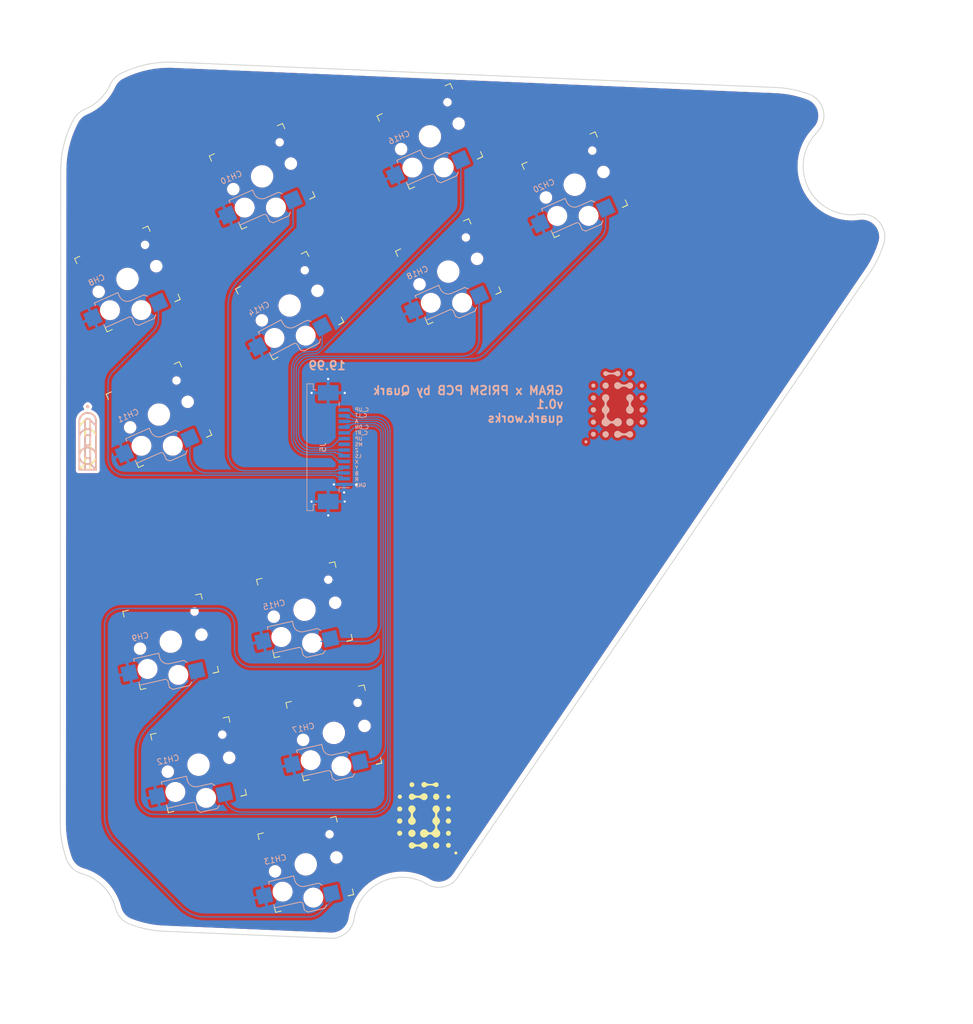
<source format=kicad_pcb>
(kicad_pcb (version 20221018) (generator pcbnew)
  (layers (0 "F.Cu" signal) (31 "B.Cu" signal) (34 "B.Paste" user) (35 "F.Paste" user) (36 "B.SilkS" user "B.Silkscreen") (37 "F.SilkS" user "F.Silkscreen") (38 "B.Mask" user) (39 "F.Mask" user) (44 "Edge.Cuts" user))
  (net 0 "")
  (net 1 "C_UP")
  (net 2 "C_LT")
  (net 3 "A")
  (net 4 "C_DN")
  (net 5 "C_RT")
  (net 6 "UP")
  (net 7 "MS")
  (net 8 "Z")
  (net 9 "LS")
  (net 10 "X")
  (net 11 "Y")
  (net 12 "B")
  (net 13 "R")
  (net 14 "GND")
  (footprint "qw-logo:qw new logo silk + copper md" (layer "F.Cu") (at 89.96 157.71)
    (fp_text reference "H5" hide)
    (fp_text value "qw-logo" hide)
  )
  (footprint "PCBs:Kailh_socket_PG1350" (layer "F.Cu") (at 90.435084 38.611672 23.9)
    (fp_text reference "CH16")
    (fp_text value "choc_SW_HS")
  )
  (footprint "PCBs:Kailh_socket_PG1350" (layer "F.Cu") (at 49.993637 148.361217 12.8)
    (fp_text reference "CH12")
    (fp_text value "choc_SW_HS")
  )
  (footprint "PCBs:Kailh_socket_PG1350" (layer "F.Cu") (at 65.9224 68.169844 28)
    (fp_text reference "CH14")
    (fp_text value "choc_SW_HS")
  )
  (footprint "PCBs:Kailh_socket_PG1350" (layer "F.Cu") (at 73.643884 142.809793 12.8)
    (fp_text reference "CH17")
    (fp_text value "choc_SW_HS")
  )
  (footprint "1999:1999 logo md" (layer "F.Cu") (at 30.42 91.21)
    (fp_text reference "H7" hide)
    (fp_text value "19.99 logo" hide)
  )
  (footprint "PCBs:Kailh_socket_PG1350" (layer "F.Cu") (at 93.649779 62.235342 23.9)
    (fp_text reference "CH18")
    (fp_text value "choc_SW_HS")
  )
  (footprint "PCBs:Kailh_socket_PG1350" (layer "F.Cu") (at 37.577908 63.522995 23.9)
    (fp_text reference "CH8")
    (fp_text value "choc_SW_HS")
  )
  (footprint "PCBs:Kailh_socket_PG1350" (layer "F.Cu") (at 68.517013 121.296942 12.8)
    (fp_text reference "CH15")
    (fp_text value "choc_SW_HS")
  )
  (footprint "PCBs:Kailh_socket_PG1350" (layer "F.Cu") (at 68.738052 165.773716 12.8)
    (fp_text reference "CH13")
    (fp_text value "choc_SW_HS")
  )
  (footprint "PCBs:Kailh_socket_PG1350" (layer "F.Cu") (at 43.074561 87.21353 23.9)
    (fp_text reference "CH11")
    (fp_text value "choc_SW_HS")
  )
  (footprint "PCBs:Kailh_socket_PG1350" (layer "F.Cu") (at 45.140139 126.876029 12.8)
    (fp_text reference "CH9")
    (fp_text value "choc_SW_HS")
  )
  (footprint "PCBs:Kailh_socket_PG1350" (layer "F.Cu") (at 61.108971 45.605613 23.9)
    (fp_text reference "CH10")
    (fp_text value "choc_SW_HS")
  )
  (footprint "PCBs:Kailh_socket_PG1350" (layer "F.Cu") (at 115.745587 47.061579 23.9)
    (fp_text reference "CH20")
    (fp_text value "choc_SW_HS")
  )
  (footprint "1999:1999 logo md" (layer "B.Cu") (at 30.84 91.21 180)
    (fp_text reference "H8" hide)
    (fp_text value "19.99 logo" hide)
  )
  (footprint "Connector_FFC-FPC:TE_1-84953-4_1x14-1MP_P1.0mm_Horizontal" (layer "B.Cu") (at 73.65 92.91 90)
    (fp_text reference "J5")
    (fp_text value "FFC Connector")
  )
  (footprint "qw-logo:qw new logo silk + copper md" (layer "B.Cu") (at 122.72 85.9 180)
    (fp_text reference "H6" hide)
    (fp_text value "qw-logo" hide)
  )
  (gr_poly (pts (xy 73.082442 178.676456) (xy 43.985637 177.454684) (xy 43.597322 177.434386) (xy 43.209791 177.40615) (xy 42.823164 177.370002) (xy 42.43756 177.325965) (xy 42.053098 177.274065) (xy 41.669898 177.214327) (xy 41.288081 177.146775) (xy 40.907764 177.071435) (xy 40.529067 176.988332) (xy 40.152111 176.89749) (xy 39.777015 176.798934) (xy 39.403897 176.69269) (xy 39.032879 176.578783) (xy 38.664078 176.457237) (xy 38.297615 176.328076) (xy 37.933609 176.191328) (xy 37.711732 176.097585) (xy 37.392979 175.933727) (xy 37.092355 175.743387) (xy 36.811267 175.528151) (xy 36.551124 175.28961) (xy 36.313334 175.029349) (xy 36.099306 174.748957) (xy 35.910449 174.450021) (xy 35.74817 174.13413) (xy 35.613877 173.802871) (xy 35.50898 173.457833) (xy 35.434515 173.185181) (xy 35.351406 172.916317) (xy 35.259805 172.651397) (xy 35.159869 172.390581) (xy 35.051752 172.134027) (xy 34.935608 171.881894) (xy 34.811591 171.63434) (xy 34.679857 171.391524) (xy 34.540559 171.153604) (xy 34.393852 170.920739) (xy 34.239891 170.693088) (xy 34.07883 170.470809) (xy 33.910823 170.25406) (xy 33.736025 170.043001) (xy 33.554591 169.837789) (xy 33.366674 169.638584) (xy 33.172431 169.445544) (xy 32.972014 169.258826) (xy 32.765578 169.078591) (xy 32.553278 168.904997) (xy 32.335269 168.738201) (xy 32.111705 168.578364) (xy 31.882739 168.425642) (xy 31.648528 168.280195) (xy 31.409225 168.142182) (xy 31.164985 168.01176) (xy 30.915962 167.889089) (xy 30.662311 167.774327) (xy 30.404185 167.667632) (xy 30.141741 167.569164) (xy 29.875132 167.47908) (xy 29.604512 167.39754) (xy 29.374847 167.324938) (xy 29.042179 167.191579) (xy 28.725085 167.030159) (xy 28.425117 166.842129) (xy 28.143824 166.628937) (xy 27.882758 166.392032) (xy 27.643468 166.132864) (xy 27.427506 165.852882) (xy 27.236422 165.553535) (xy 27.071767 165.236272) (xy 26.93509 164.902544) (xy 26.801573 164.516263) (xy 26.676513 164.127512) (xy 26.559937 163.73643) (xy 26.451868 163.343156) (xy 26.352329 162.94783) (xy 26.261347 162.550591) (xy 26.178943 162.15158) (xy 26.105144 161.750936) (xy 26.039972 161.348798) (xy 25.983452 160.945306) (xy 25.935609 160.5406) (xy 25.896466 160.134819) (xy 25.866048 159.728102) (xy 25.844378 159.320591) (xy 25.831481 158.912423) (xy 25.827381 158.503739) (xy 25.91284 44.5889) (xy 25.915287 44.298234) (xy 25.922182 44.007899) (xy 25.933514 43.717943) (xy 25.94927 43.428416) (xy 25.969438 43.139366) (xy 25.994005 42.850842) (xy 26.02296 42.562895) (xy 26.056289 42.275572) (xy 26.093982 41.988922) (xy 26.136025 41.702996) (xy 26.182406 41.417841) (xy 26.233113 41.133507) (xy 26.288134 40.850044) (xy 26.347456 40.567499) (xy 26.411068 40.285923) (xy 26.478956 40.005364) (xy 26.551109 39.725872) (xy 26.627514 39.447495) (xy 26.70816 39.170282) (xy 26.793033 38.894283) (xy 26.882122 38.619547) (xy 26.975413 38.346122) (xy 27.072896 38.074058) (xy 27.174558 37.803404) (xy 27.280386 37.534209) (xy 27.390368 37.266523) (xy 27.504492 37.000393) (xy 27.622746 36.735869) (xy 27.745117 36.473001) (xy 27.871593 36.211837) (xy 28.002162 35.952427) (xy 28.136811 35.694819) (xy 28.220854 35.544864) (xy 28.358251 35.327914) (xy 28.508731 35.121013) (xy 28.671711 34.924693) (xy 28.846608 34.739487) (xy 29.03284 34.565924) (xy 29.229824 34.404537) (xy 29.436977 34.255858) (xy 29.653718 34.120418) (xy 29.879462 33.998748) (xy 30.113628 33.891381) (xy 30.479088 33.727634) (xy 30.835021 33.547563) (xy 31.180959 33.351623) (xy 31.516435 33.140268) (xy 31.840985 32.913951) (xy 32.154139 32.673127) (xy 32.455433 32.41825) (xy 32.744399 32.149775) (xy 33.020571 31.868156) (xy 33.283482 31.573847) (xy 33.532665 31.267302) (xy 33.767653 30.948975) (xy 33.987981 30.619321) (xy 34.193181 30.278794) (xy 34.382786 29.927849) (xy 34.55633 29.566939) (xy 34.630504 29.411865) (xy 34.753589 29.186486) (xy 34.890379 28.97029) (xy 35.040328 28.763846) (xy 35.202887 28.567721) (xy 35.37751 28.382483) (xy 35.563649 28.2087) (xy 35.760758 28.046941) (xy 35.96829 27.897774) (xy 36.185698 27.761766) (xy 36.412433 27.639486) (xy 36.682105 27.507749) (xy 36.95357 27.380418) (xy 37.226774 27.257503) (xy 37.501661 27.139017) (xy 37.778179 27.02497) (xy 38.056272 26.915375) (xy 38.335886 26.810243) (xy 38.616966 26.709586) (xy 38.899459 26.613415) (xy 39.183309 26.521742) (xy 39.468463 26.434578) (xy 39.754866 26.351935) (xy 40.042463 26.273825) (xy 40.3312 26.20026) (xy 40.621023 26.13125) (xy 40.911877 26.066808) (xy 41.203708 26.006945) (xy 41.496462 25.951673) (xy 41.790084 25.901004) (xy 42.084519 25.854948) (xy 42.379713 25.813518) (xy 42.675613 25.776724) (xy 42.972162 25.74458) (xy 43.269308 25.717096) (xy 43.566995 25.694284) (xy 43.86517 25.676156) (xy 44.163777 25.662723) (xy 44.462762 25.653997) (xy 44.762072 25.649989) (xy 45.061651 25.650711) (xy 45.361445 25.656175) (xy 45.661399 25.666393) (xy 150.902255 30.08545) (xy 151.273778 30.104704) (xy 151.6446 30.131226) (xy 152.014618 30.164995) (xy 152.383726 30.205989) (xy 152.751819 30.254188) (xy 153.118794 30.30957) (xy 153.484544 30.372115) (xy 153.848965 30.441801) (xy 154.211952 30.518606) (xy 154.5734 30.602511) (xy 154.933205 30.693493) (xy 155.291262 30.791532) (xy 155.647465 30.896606) (xy 156.00171 31.008695) (xy 156.353891 31.127776) (xy 156.703905 31.253831) (xy 156.78749 31.285934) (xy 157.033244 31.393197) (xy 157.27089 31.516527) (xy 157.499647 31.655461) (xy 157.718735 31.809538) (xy 157.927372 31.978296) (xy 158.222278 32.260957) (xy 158.482178 32.566038) (xy 158.706867 32.890708) (xy 158.896144 33.232139) (xy 159.049804 33.587501) (xy 159.167646 33.953965) (xy 159.249465 34.328702) (xy 159.29506 34.708883) (xy 159.304226 35.091679) (xy 159.276761 35.47426) (xy 159.212462 35.853797) (xy 159.111125 36.227461) (xy 158.972549 36.592422) (xy 158.796528 36.945852) (xy 158.582861 37.284922) (xy 158.331344 37.606802) (xy 157.744379 38.284537) (xy 157.467062 38.621592) (xy 157.209907 38.968531) (xy 156.972859 39.324602) (xy 156.755865 39.689054) (xy 156.55887 40.061135) (xy 156.381821 40.440093) (xy 156.224664 40.825178) (xy 156.087345 41.215637) (xy 155.96981 41.610719) (xy 155.872005 42.009673) (xy 155.793876 42.411746) (xy 155.735369 42.816189) (xy 155.696431 43.222248) (xy 155.677006 43.629173) (xy 155.677042 44.036212) (xy 155.696485 44.442613) (xy 155.73528 44.847625) (xy 155.793373 45.250497) (xy 155.870711 45.650477) (xy 155.96724 46.046814) (xy 156.082905 46.438755) (xy 156.217653 46.82555) (xy 156.37143 47.206447) (xy 156.544182 47.580695) (xy 156.735855 47.947541) (xy 156.946395 48.306235) (xy 157.175748 48.656025) (xy 157.42386 48.996159) (xy 157.690678 49.325887) (xy 157.976146 49.644456) (xy 158.280212 49.951114) (xy 158.602821 50.245112) (xy 158.959059 50.537109) (xy 159.328643 50.80797) (xy 159.710629 51.057418) (xy 160.104076 51.285176) (xy 160.50804 51.490971) (xy 160.92158 51.674525) (xy 161.343751 51.835563) (xy 161.773612 51.97381) (xy 162.210219 52.088989) (xy 162.652631 52.180825) (xy 163.099904 52.249043) (xy 163.551096 52.293366) (xy 164.005263 52.313519) (xy 164.461464 52.309226) (xy 164.918756 52.280211) (xy 165.376195 52.226199) (xy 165.486888 52.211651) (xy 165.7644 52.188905) (xy 166.042219 52.185555) (xy 166.319333 52.201521) (xy 166.594732 52.236724) (xy 166.867405 52.291085) (xy 167.13634 52.364524) (xy 167.519793 52.505348) (xy 167.880153 52.68074) (xy 168.216102 52.888187) (xy 168.52632 53.12518) (xy 168.809487 53.389206) (xy 169.064285 53.677756) (xy 169.289392 53.988319) (xy 169.483491 54.318383) (xy 169.64526 54.665437) (xy 169.773381 55.026972) (xy 169.866533 55.400476) (xy 169.923398 55.783439) (xy 169.942656 56.173349) (xy 169.922987 56.567695) (xy 169.863071 56.963968) (xy 169.761589 57.359656) (xy 169.653826 57.695141) (xy 169.539915 58.028363) (xy 169.419896 58.359241) (xy 169.293809 58.687692) (xy 169.161694 59.013636) (xy 169.02359 59.336989) (xy 168.879536 59.65767) (xy 168.729572 59.975597) (xy 168.573739 60.290688) (xy 168.412074 60.602861) (xy 168.244618 60.912035) (xy 168.07141 61.218127) (xy 167.89249 61.521056) (xy 167.707898 61.82074) (xy 167.517672 62.117096) (xy 167.321853 62.410044) (xy 95.279524 168.047427) (xy 95.043421 168.359945) (xy 94.78277 168.643136) (xy 94.500033 168.896457) (xy 94.197677 169.119366) (xy 93.878166 169.311319) (xy 93.543964 169.471773) (xy 93.197535 169.600187) (xy 92.841345 169.696016) (xy 92.477858 169.758718) (xy 92.109537 169.787749) (xy 91.738849 169.782568) (xy 91.368257 169.742632) (xy 91.000225 169.667396) (xy 90.637219 169.556319) (xy 90.281703 169.408858) (xy 89.936141 169.22447) (xy 89.555926 169.010116) (xy 89.169491 168.817337) (xy 88.777566 168.64595) (xy 88.380883 168.49577) (xy 87.980172 168.366612) (xy 87.576164 168.258294) (xy 87.169588 168.170631) (xy 86.761177 168.103438) (xy 86.35166 168.056532) (xy 85.941768 168.029729) (xy 85.532231 168.022845) (xy 85.123781 168.035696) (xy 84.717148 168.068097) (xy 84.313062 168.119865) (xy 83.912255 168.190815) (xy 83.515456 168.280764) (xy 83.123397 168.389527) (xy 82.736807 168.516921) (xy 82.356418 168.662762) (xy 81.98296 168.826865) (xy 81.617165 169.009046) (xy 81.259761 169.209121) (xy 80.911481 169.426907) (xy 80.573054 169.662219) (xy 80.245211 169.914873) (xy 79.928684 170.184685) (xy 79.624202 170.471472) (xy 79.332496 170.775048) (xy 79.054297 171.09523) (xy 78.790335 171.431835) (xy 78.541341 171.784677) (xy 78.308045 172.153574) (xy 78.203226 172.333986) (xy 78.054586 172.608943) (xy 77.916346 172.888841) (xy 77.788612 173.173381) (xy 77.671493 173.462265) (xy 77.565093 173.755192) (xy 77.469519 174.051865) (xy 77.384879 174.351984) (xy 77.311278 174.655251) (xy 77.248823 174.961366) (xy 77.19762 175.270031) (xy 77.124866 175.64239) (xy 77.019219 176.000358) (xy 76.882459 176.342464) (xy 76.716363 176.667234) (xy 76.522711 176.973197) (xy 76.30328 177.25888) (xy 76.05985 177.522811) (xy 75.794199 177.763519) (xy 75.508105 177.97953) (xy 75.203346 178.169373) (xy 74.881702 178.331576) (xy 74.544951 178.464666) (xy 74.194871 178.567171) (xy 73.83324 178.637619) (xy 73.461838 178.674538)) (stroke (width 0.15)) (fill none) (layer "Edge.Cuts"))
  (gr_text "GRAM x PRISM PCB by Quark\nv0.1\nquark.works" (at 113.94 88.71) (layer "B.SilkS") (effects (font (size 1.5 1.5) (thickness 0.3) bold) (justify left bottom mirror)))
  (gr_text "C_UP\nC_LT\nA\nC_DN\nC_RT\nUP\nMS\nZ\nLS\nX\nY\nB\nR\nGND" (at 77.27 99.91) (layer "B.SilkS") (effects (font (size 0.63 0.63) (thickness 0.125) bold) (justify right bottom mirror)))
  (gr_text "19.99" (at 75.88 79.54) (layer "B.SilkS") (effects (font (size 1.5 1.5) (thickness 0.3) bold) (justify left bottom mirror)))
  (segment (start 81.035286 87.61) (end 78.218427 87.61) (width 0.2) (layer "B.Cu") (net 1))
  (segment (start 83.47 154.04) (end 83.47 90.044714) (width 0.2) (layer "B.Cu") (net 1))
  (segment (start 49.651967 131.952596) (end 49.651967 133.285725) (width 0.2) (layer "B.Cu") (net 1))
  (segment (start 76.19 86.41) (end 75.45 86.41) (width 0.2) (layer "B.Cu") (net 1))
  (segment (start 76.804214 87.024214) (end 76.19 86.41) (width 0.2) (layer "B.Cu") (net 1))
  (segment (start 39.36 146.062973) (end 39.36 154.04) (width 0.2) (layer "B.Cu") (net 1))
  (segment (start 42.36 157.04) (end 80.47 157.04) (width 0.2) (layer "B.Cu") (net 1))
  (segment (start 49.651967 133.285725) (end 41.117359 141.820333) (width 0.2) (layer "B.Cu") (net 1))
  (arc (start 78.218427 87.61) (mid 77.45306 87.457759) (end 76.804214 87.024214) (width 0.2) (layer "B.Cu") (net 1))
  (arc (start 39.36 154.04) (mid 40.23868 156.16132) (end 42.36 157.04) (width 0.2) (layer "B.Cu") (net 1))
  (arc (start 83.47 90.044714) (mid 82.756889 88.323111) (end 81.035286 87.61) (width 0.2) (layer "B.Cu") (net 1))
  (arc (start 41.117359 141.820333) (mid 39.816723 143.766873) (end 39.36 146.062973) (width 0.2) (layer "B.Cu") (net 1))
  (arc (start 80.47 157.04) (mid 82.59132 156.16132) (end 83.47 154.04) (width 0.2) (layer "B.Cu") (net 1))
  (segment (start 83.07 153.64) (end 83.07 90.25553) (width 0.2) (layer "B.Cu") (net 2))
  (segment (start 76.867132 87.922132) (end 76.837868 87.892868) (width 0.2) (layer "B.Cu") (net 2))
  (segment (start 76.625736 87.805) (end 75.969264 87.805) (width 0.2) (layer "B.Cu") (net 2))
  (segment (start 54.505465 153.437784) (end 54.505465 153.64) (width 0.2) (layer "B.Cu") (net 2))
  (segment (start 51.82321 153.335359) (end 51.82321 153.64) (width 0.2) (layer "B.Cu") (net 2))
  (segment (start 57.505465 156.64) (end 80.07 156.64) (width 0.2) (layer "B.Cu") (net 2))
  (segment (start 75.757132 87.717132) (end 75.45 87.41) (width 0.2) (layer "B.Cu") (net 2))
  (segment (start 80.82447 88.01) (end 77.079264 88.01) (width 0.2) (layer "B.Cu") (net 2))
  (arc (start 75.969264 87.805) (mid 75.854459 87.782164) (end 75.757132 87.717132) (width 0.2) (layer "B.Cu") (net 2))
  (arc (start 77.079264 88.01) (mid 76.964459 87.987164) (end 76.867132 87.922132) (width 0.2) (layer "B.Cu") (net 2))
  (arc (start 54.505465 153.64) (mid 55.384145 155.76132) (end 57.505465 156.64) (width 0.2) (layer "B.Cu") (net 2))
  (arc (start 76.837868 87.892868) (mid 76.740541 87.827836) (end 76.625736 87.805) (width 0.2) (layer "B.Cu") (net 2))
  (arc (start 80.07 156.64) (mid 82.19132 155.76132) (end 83.07 153.64) (width 0.2) (layer "B.Cu") (net 2))
  (arc (start 83.07 90.25553) (mid 82.412299 88.667701) (end 80.82447 88.01) (width 0.2) (layer "B.Cu") (net 2))
  (segment (start 78.155712 147.88636) (end 79.67 147.88636) (width 0.2) (layer "B.Cu") (net 3))
  (segment (start 82.67 144.88636) (end 82.67 90.422141) (width 0.2) (layer "B.Cu") (net 3))
  (segment (start 80.657859 88.41) (end 75.45 88.41) (width 0.2) (layer "B.Cu") (net 3))
  (arc (start 82.67 90.422141) (mid 82.080658 88.999342) (end 80.657859 88.41) (width 0.2) (layer "B.Cu") (net 3))
  (arc (start 82.67 144.88636) (mid 81.79132 147.00768) (end 79.67 147.88636) (width 0.2) (layer "B.Cu") (net 3))
  (segment (start 71.361972 174.07132) (end 73.24988 172.183412) (width 0.2) (layer "B.Cu") (net 4))
  (segment (start 35.32736 161.63736) (end 46.882641 173.192641) (width 0.2) (layer "B.Cu") (net 4))
  (segment (start 53.3 121.07) (end 36.57 121.07) (width 0.2) (layer "B.Cu") (net 4))
  (segment (start 79.27 131.29) (end 59.3 131.29) (width 0.2) (layer "B.Cu") (net 4))
  (segment (start 56.3 128.29) (end 56.3 124.07) (width 0.2) (layer "B.Cu") (net 4))
  (segment (start 76.837868 88.927132) (end 76.867132 88.897868) (width 0.2) (layer "B.Cu") (net 4))
  (segment (start 77.079264 88.81) (end 80.513212 88.81) (width 0.2) (layer "B.Cu") (net 4))
  (segment (start 75.45 89.41) (end 75.757132 89.102868) (width 0.2) (layer "B.Cu") (net 4))
  (segment (start 51.125281 174.95) (end 69.240651 174.95) (width 0.2) (layer "B.Cu") (net 4))
  (segment (start 73.24988 172.183412) (end 73.24988 170.850283) (width 0.2) (layer "B.Cu") (net 4))
  (segment (start 82.27 90.566788) (end 82.27 128.29) (width 0.2) (layer "B.Cu") (net 4))
  (segment (start 33.57 124.07) (end 33.57 157.394719) (width 0.2) (layer "B.Cu") (net 4))
  (segment (start 75.969264 89.015) (end 76.625736 89.015) (width 0.2) (layer "B.Cu") (net 4))
  (arc (start 59.3 131.29) (mid 57.17868 130.41132) (end 56.3 128.29) (width 0.2) (layer "B.Cu") (net 4))
  (arc (start 36.57 121.07) (mid 34.44868 121.94868) (end 33.57 124.07) (width 0.2) (layer "B.Cu") (net 4))
  (arc (start 80.513212 88.81) (mid 81.755449 89.324551) (end 82.27 90.566788) (width 0.2) (layer "B.Cu") (net 4))
  (arc (start 76.867132 88.897868) (mid 76.964459 88.832836) (end 77.079264 88.81) (width 0.2) (layer "B.Cu") (net 4))
  (arc (start 56.3 124.07) (mid 55.42132 121.94868) (end 53.3 121.07) (width 0.2) (layer "B.Cu") (net 4))
  (arc (start 46.882641 173.192641) (mid 48.829181 174.493277) (end 51.125281 174.95) (width 0.2) (layer "B.Cu") (net 4))
  (arc (start 76.625736 89.015) (mid 76.740541 88.992164) (end 76.837868 88.927132) (width 0.2) (layer "B.Cu") (net 4))
  (arc (start 71.361972 174.07132) (mid 70.388702 174.721639) (end 69.240651 174.95) (width 0.2) (layer "B.Cu") (net 4))
  (arc (start 33.57 157.394719) (mid 34.026723 159.69082) (end 35.32736 161.63736) (width 0.2) (layer "B.Cu") (net 4))
  (arc (start 82.27 128.29) (mid 81.39132 130.41132) (end 79.27 131.29) (width 0.2) (layer "B.Cu") (net 4))
  (arc (start 75.757132 89.102868) (mid 75.854459 89.037836) (end 75.969264 89.015) (width 0.2) (layer "B.Cu") (net 4))
  (segment (start 81.87 90.71) (end 81.87 123.823413) (width 0.2) (layer "B.Cu") (net 5))
  (segment (start 75.45 90.41) (end 76.2 90.41) (width 0.2) (layer "B.Cu") (net 5))
  (segment (start 76.2 90.41) (end 76.814214 89.795786) (width 0.2) (layer "B.Cu") (net 5))
  (segment (start 80.37 89.21) (end 78.228427 89.21) (width 0.2) (layer "B.Cu") (net 5))
  (segment (start 78.87 126.823413) (end 69.904064 126.823413) (width 0.2) (layer "B.Cu") (net 5))
  (arc (start 81.87 90.71) (mid 81.43066 89.64934) (end 80.37 89.21) (width 0.2) (layer "B.Cu") (net 5))
  (arc (start 81.87 123.823413) (mid 80.99132 125.944733) (end 78.87 126.823413) (width 0.2) (layer "B.Cu") (net 5))
  (arc (start 76.814214 89.795786) (mid 77.46306 89.362241) (end 78.228427 89.21) (width 0.2) (layer "B.Cu") (net 5))
  (segment (start 120.271681 56.36113) (end 116.39882 60.233991) (width 0.2) (layer "B.Cu") (net 6))
  (segment (start 67.467266 90.361554) (end 67.467266 79.885128) (width 0.2) (layer "B.Cu") (net 6))
  (segment (start 121.150361 51.174551) (end 121.150361 54.239809) (width 0.2) (layer "B.Cu") (net 6))
  (segment (start 72.271573 93.01) (end 70.115712 93.01) (width 0.2) (layer "B.Cu") (net 6))
  (segment (start 100.071491 76.56132) (end 116.39882 60.233991) (width 0.2) (layer "B.Cu") (net 6))
  (segment (start 69.912394 77.44) (end 97.95017 77.44) (width 0.2) (layer "B.Cu") (net 6))
  (segment (start 75.45 91.41) (end 74.7 91.41) (width 0.2) (layer "B.Cu") (net 6))
  (segment (start 74.7 91.41) (end 73.685786 92.424214) (width 0.2) (layer "B.Cu") (net 6))
  (arc (start 72.271573 93.01) (mid 73.03694 92.857759) (end 73.685786 92.424214) (width 0.2) (layer "B.Cu") (net 6))
  (arc (start 100.071491 76.56132) (mid 99.098221 77.211639) (end 97.95017 77.44) (width 0.2) (layer "B.Cu") (net 6))
  (arc (start 67.467266 79.885128) (mid 68.183427 78.156161) (end 69.912394 77.44) (width 0.2) (layer "B.Cu") (net 6))
  (arc (start 120.271681 56.36113) (mid 120.922 55.38786) (end 121.150361 54.239809) (width 0.2) (layer "B.Cu") (net 6))
  (arc (start 67.467266 90.361554) (mid 68.242978 92.234288) (end 70.115712 93.01) (width 0.2) (layer "B.Cu") (net 6))
  (segment (start 96.027126 77.04) (end 69.53816 77.04) (width 0.2) (layer "B.Cu") (net 8))
  (segment (start 69.786075 93.41) (end 75.45 93.41) (width 0.2) (layer "B.Cu") (net 8))
  (segment (start 67.067266 79.510894) (end 67.067266 90.691191) (width 0.2) (layer "B.Cu") (net 8))
  (segment (start 99.027126 66.360469) (end 99.027126 74.04) (width 0.2) (layer "B.Cu") (net 8))
  (arc (start 69.53816 77.04) (mid 67.790974 77.763708) (end 67.067266 79.510894) (width 0.2) (layer "B.Cu") (net 8))
  (arc (start 69.786075 93.41) (mid 67.863587 92.613679) (end 67.067266 90.691191) (width 0.2) (layer "B.Cu") (net 8))
  (arc (start 96.027126 77.04) (mid 98.148446 76.16132) (end 99.027126 74.04) (width 0.2) (layer "B.Cu") (net 8))
  (segment (start 94.961178 52.438822) (end 91.048427 56.351573) (width 0.2) (layer "B.Cu") (net 9))
  (segment (start 75.45 94.41) (end 75.142868 94.102868) (width 0.2) (layer "B.Cu") (net 9))
  (segment (start 66.667266 91.00176) (end 66.667266 79.368607) (width 0.2) (layer "B.Cu") (net 9))
  (segment (start 70.225368 76.636149) (end 69.399742 76.636145) (width 0.2) (layer "B.Cu") (net 9))
  (segment (start 73.820736 93.81) (end 69.475506 93.81) (width 0.2) (layer "B.Cu") (net 9))
  (segment (start 74.930736 94.015) (end 74.274264 94.015) (width 0.2) (layer "B.Cu") (net 9))
  (segment (start 95.839858 42.724644) (end 95.839858 50.317501) (width 0.2) (layer "B.Cu") (net 9))
  (segment (start 74.062132 93.927132) (end 74.032868 93.897868) (width 0.2) (layer "B.Cu") (net 9))
  (segment (start 71.144613 76.255387) (end 91.048427 56.351573) (width 0.2) (layer "B.Cu") (net 9))
  (arc (start 69.399742 76.636145) (mid 67.467591 77.43646) (end 66.667266 79.368607) (width 0.2) (layer "B.Cu") (net 9))
  (arc (start 74.274264 94.015) (mid 74.159459 93.992164) (end 74.062132 93.927132) (width 0.2) (layer "B.Cu") (net 9))
  (arc (start 75.142868 94.102868) (mid 75.045541 94.037836) (end 74.930736 94.015) (width 0.2) (layer "B.Cu") (net 9))
  (arc (start 74.032868 93.897868) (mid 73.935541 93.832836) (end 73.820736 93.81) (width 0.2) (layer "B.Cu") (net 9))
  (arc (start 94.961178 52.438822) (mid 95.611497 51.465552) (end 95.839858 50.317501) (width 0.2) (layer "B.Cu") (net 9))
  (arc (start 70.225368 76.636149) (mid 70.72286 76.537193) (end 71.144613 76.255387) (width 0.2) (layer "B.Cu") (net 9))
  (arc (start 66.667266 91.00176) (mid 67.48978 92.987486) (end 69.475506 93.81) (width 0.2) (layer "B.Cu") (net 9))
  (segment (start 73.39 94.21) (end 69.267266 94.21) (width 0.2) (layer "B.Cu") (net 10))
  (segment (start 69.267266 76.23615) (end 70.059686 76.23615) (width 0.2) (layer "B.Cu") (net 10))
  (segment (start 70.978925 75.855389) (end 71.226648 75.607666) (width 0.2) (layer "B.Cu") (net 10))
  (segment (start 75.45 95.41) (end 74.59 95.41) (width 0.2) (layer "B.Cu") (net 10))
  (segment (start 66.267266 91.21) (end 66.267266 79.23615) (width 0.2) (layer "B.Cu") (net 10))
  (segment (start 71.607409 74.688427) (end 71.607409 71.885863) (width 0.2) (layer "B.Cu") (net 10))
  (segment (start 74.59 95.41) (end 73.39 94.21) (width 0.2) (layer "B.Cu") (net 10))
  (arc (start 70.978925 75.855389) (mid 70.557175 76.137194) (end 70.059686 76.23615) (width 0.2) (layer "B.Cu") (net 10))
  (arc (start 66.267266 79.23615) (mid 67.145946 77.11483) (end 69.267266 76.23615) (width 0.2) (layer "B.Cu") (net 10))
  (arc (start 71.226648 75.607666) (mid 71.508453 75.185916) (end 71.607409 74.688427) (width 0.2) (layer "B.Cu") (net 10))
  (arc (start 66.267266 91.21) (mid 67.145946 93.33132) (end 69.267266 94.21) (width 0.2) (layer "B.Cu") (net 10))
  (segment (start 61.762203 59.017797) (end 56.917359 63.862641) (width 0.2) (layer "B.Cu") (net 11))
  (segment (start 75.055 96.805) (end 75.45 96.41) (width 0.2) (layer "B.Cu") (net 11))
  (segment (start 58.16 97.01) (end 73.945 97.01) (width 0.2) (layer "B.Cu") (net 11))
  (segment (start 73.945 97.01) (end 74.15 96.805) (width 0.2) (layer "B.Cu") (net 11))
  (segment (start 66.513745 49.718585) (end 66.513745 54.266255) (width 0.25) (layer "B.Cu") (net 11))
  (segment (start 74.15 96.805) (end 75.055 96.805) (width 0.2) (layer "B.Cu") (net 11))
  (segment (start 55.16 68.105281) (end 55.16 94.01) (width 0.2) (layer "B.Cu") (net 11))
  (segment (start 66.513745 54.266255) (end 61.762203 59.017797) (width 0.25) (layer "B.Cu") (net 11))
  (arc (start 58.16 97.01) (mid 56.03868 96.13132) (end 55.16 94.01) (width 0.2) (layer "B.Cu") (net 11))
  (arc (start 56.917359 63.862641) (mid 55.616723 65.809181) (end 55.16 68.105281) (width 0.2) (layer "B.Cu") (net 11))
  (segment (start 51.479335 97.41) (end 75.45 97.41) (width 0.2) (layer "B.Cu") (net 12))
  (segment (start 48.479335 91.326502) (end 48.479335 94.41) (width 0.2) (layer "B.Cu") (net 12))
  (arc (start 48.479335 94.41) (mid 49.358015 96.53132) (end 51.479335 97.41) (width 0.2) (layer "B.Cu") (net 12))
  (segment (start 42.982682 70.544677) (end 42.982682 67.635967) (width 0.2) (layer "B.Cu") (net 13))
  (segment (start 34.19 94.81) (end 34.19 81.822641) (width 0.2) (layer "B.Cu") (net 13))
  (segment (start 35.06868 79.70132) (end 42.104003 72.665997) (width 0.2) (layer "B.Cu") (net 13))
  (segment (start 73.945 97.81) (end 37.19 97.81) (width 0.2) (layer "B.Cu") (net 13))
  (segment (start 75.055 98.015) (end 74.15 98.015) (width 0.2) (layer "B.Cu") (net 13))
  (segment (start 74.15 98.015) (end 73.945 97.81) (width 0.2) (layer "B.Cu") (net 13))
  (segment (start 75.45 98.41) (end 75.055 98.015) (width 0.2) (layer "B.Cu") (net 13))
  (arc (start 37.19 97.81) (mid 35.06868 96.93132) (end 34.19 94.81) (width 0.2) (layer "B.Cu") (net 13))
  (arc (start 42.982682 70.544677) (mid 42.754321 71.692727) (end 42.104003 72.665997) (width 0.2) (layer "B.Cu") (net 13))
  (arc (start 34.19 81.822641) (mid 34.418362 80.67459) (end 35.06868 79.70132) (width 0.2) (layer "B.Cu") (net 13))
  (via (at 75.55 83.43) (size 0.8) (drill 0.4) (layers "F.Cu" "B.Cu") (net 14))
  (via (at 75.54 102.4) (size 0.8) (drill 0.4) (layers "F.Cu" "B.Cu") (net 14))
  (via (at 73.65 99.41) (size 0.8) (drill 0.4) (layers "F.Cu" "B.Cu") (net 14))
  (via (at 77.55 99.46) (size 0.8) (drill 0.4) (layers "F.Cu" "B.Cu") (net 14))
  (via (at 72.67 104.83) (size 0.8) (drill 0.4) (layers "F.Cu" "B.Cu") (net 14))
  (via (at 69.74 102.41) (size 0.8) (drill 0.4) (layers "F.Cu" "B.Cu") (net 14))
  (via (at 75.44 100.81) (size 0.8) (drill 0.4) (layers "F.Cu" "B.Cu") (net 14))
  (via (at 69.76 83.43) (size 0.8) (drill 0.4) (layers "F.Cu" "B.Cu") (net 14))
  (via (at 72.65 80.99) (size 0.8) (drill 0.4) (layers "F.Cu" "B.Cu") (net 14))
  (segment (start 72.65 104.81) (end 72.67 104.83) (width 0.5) (layer "B.Cu") (net 14))
  (segment (start 72.65 83.42) (end 72.65 80.99) (width 0.5) (layer "B.Cu") (net 14))
  (segment (start 69.75 102.4) (end 69.74 102.41) (width 0.5) (layer "B.Cu") (net 14))
  (segment (start 75.45 100.8) (end 75.44 100.81) (width 0.5) (layer "B.Cu") (net 14))
  (segment (start 72.65 83.42) (end 75.54 83.42) (width 0.5) (layer "B.Cu") (net 14))
  (segment (start 75.45 99.41) (end 73.65 99.41) (width 0.5) (layer "B.Cu") (net 14))
  (segment (start 72.65 102.4) (end 75.54 102.4) (width 0.5) (layer "B.Cu") (net 14))
  (segment (start 75.45 99.41) (end 77.5 99.41) (width 0.5) (layer "B.Cu") (net 14))
  (segment (start 72.65 102.4) (end 72.65 104.81) (width 0.5) (layer "B.Cu") (net 14))
  (segment (start 72.65 83.42) (end 69.77 83.42) (width 0.5) (layer "B.Cu") (net 14))
  (segment (start 72.65 102.4) (end 69.75 102.4) (width 0.5) (layer "B.Cu") (net 14))
  (segment (start 69.77 83.42) (end 69.76 83.43) (width 0.5) (layer "B.Cu") (net 14))
  (segment (start 77.5 99.41) (end 77.55 99.46) (width 0.5) (layer "B.Cu") (net 14))
  (segment (start 75.54 83.42) (end 75.55 83.43) (width 0.5) (layer "B.Cu") (net 14))
  (segment (start 75.45 99.41) (end 75.45 100.8) (width 0.5) (layer "B.Cu") (net 14))
  (zone (net 14) (net_name "GND") (layers "F&B.Cu") (connect_pads (clearance 0.5)) (min_thickness 0.25) (fill yes (thermal_gap 0.5) (thermal_bridge_width 0.5))
    (polygon (pts (xy 15.76 14.8) (xy 185.36 14.8) (xy 185.36 190.27) (xy 181.98 193.65) (xy 19.31 193.65) (xy 15.3 189.64) (xy 15.3 15.26)))
  )
)
</source>
